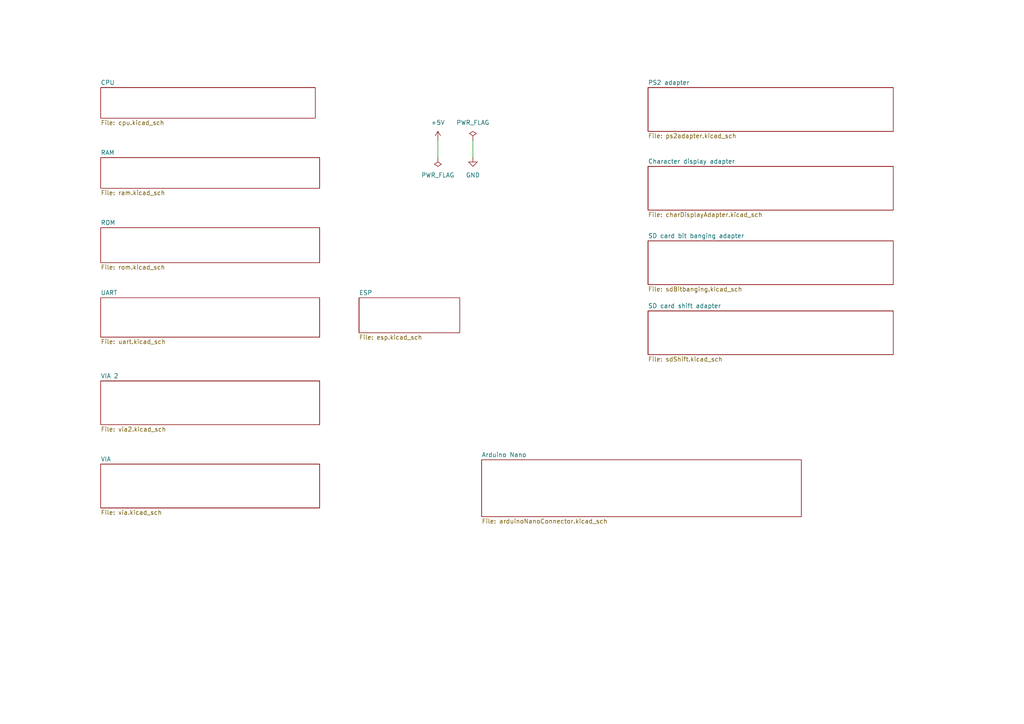
<source format=kicad_sch>
(kicad_sch (version 20250114) (generator "eeschema") (generator_version "9.0")
  (paper "A4")
  (title_block (title "Marcus"))
  (lib_symbols
    (symbol "power:+5V" (power) (pin_numbers (hide yes)) (pin_names (offset 0) (hide yes))
      (property "Value" "+5V" (at 0 3.556 0))
      (symbol "+5V_0_1"
        (polyline (pts (xy -0.762 1.27) (xy 0 2.54)))
        (polyline (pts (xy 0 2.54) (xy 0.762 1.27)))
        (polyline (pts (xy 0 0) (xy 0 2.54)))
      )
      (symbol "+5V_1_1"
        (pin power_in line (at 0 0 90) (length 0) (name "~") (number "1"))
      )
    )
    (symbol "power:GND" (power) (pin_numbers (hide yes)) (pin_names (offset 0) (hide yes))
      (property "Value" "GND" (at 0 -3.81 0))
      (symbol "GND_0_1"
        (polyline (pts (xy 0 0) (xy 0 -1.27) (xy 1.27 -1.27) (xy 0 -2.54) (xy -1.27 -1.27) (xy 0 -1.27)))
      )
      (symbol "GND_1_1"
        (pin power_in line (at 0 0 270) (length 0) (name "~") (number "1"))
      )
    )
    (symbol "power:PWR_FLAG" (power) (pin_numbers (hide yes)) (pin_names (offset 0) (hide yes))
      (property "Value" "PWR_FLAG" (at 0 3.81 0))
      (symbol "PWR_FLAG_0_0"
        (pin power_out line (at 0 0 90) (length 0) (name "~") (number "1"))
      )
      (symbol "PWR_FLAG_0_1"
        (polyline (pts (xy 0 0) (xy 0 1.27) (xy -1.016 1.905) (xy 0 2.54) (xy 1.016 1.905) (xy 0 1.27)))
      )
    )
  )
  (wire (pts (xy 137.16 40.64) (xy 137.16 45.72)))
  (wire (pts (xy 127 40.64) (xy 127 45.72)))
  (symbol (lib_id "power:+5V") (at 127 40.64 0) (unit 1)
    (property "Reference" "#PWR01" (effects (hide yes)))
    (property "Value" "+5V" (at 127 35.56 0))
    (property "Description" "Power symbol creates a global label with name \"+5V\"" (effects (hide yes)))
  )
  (symbol (lib_id "power:GND") (at 137.16 45.72 0) (unit 1)
    (property "Reference" "#PWR02" (effects (hide yes)))
    (property "Value" "GND" (at 137.16 50.8 0))
    (property "Description" "Power symbol creates a global label with name \"GND\" , ground" (effects (hide yes)))
  )
  (symbol (lib_id "power:PWR_FLAG") (at 137.16 40.64 0) (unit 1)
    (property "Reference" "#FLG02" (effects (hide yes)))
    (property "Value" "PWR_FLAG" (at 137.16 35.56 0))
    (property "Description" "Special symbol for telling ERC where power comes from" (effects (hide yes)))
  )
  (symbol (lib_id "power:PWR_FLAG") (at 127 45.72 180) (unit 1)
    (property "Reference" "#FLG01" (effects (hide yes)))
    (property "Value" "PWR_FLAG" (at 127 50.8 0))
    (property "Description" "Special symbol for telling ERC where power comes from" (effects (hide yes)))
  )
  (sheet (at 29.21 25.4) (size 62.23 8.89) (stroke (width 0.1524))
    (property "Sheetname" "CPU" (at 29.21 24.6884 0) (effects (justify left bottom)))
    (property "Sheetfile" "cpu.kicad_sch" (at 29.21 34.8746 0) (effects (justify left top)))
  )
  (sheet (at 187.96 90.17) (size 71.12 12.7) (stroke (width 0.1524))
    (property "Sheetname" "SD card shift adapter" (at 187.96 89.4584 0) (effects (justify left bottom)))
    (property "Sheetfile" "sdShift.kicad_sch" (at 187.96 103.4546 0) (effects (justify left top)))
  )
  (sheet (at 29.21 110.49) (size 63.5 12.7) (stroke (width 0.1524))
    (property "Sheetname" "VIA 2" (at 29.21 109.7784 0) (effects (justify left bottom)))
    (property "Sheetfile" "via2.kicad_sch" (at 29.21 123.7746 0) (effects (justify left top)))
  )
  (sheet (at 29.21 66.04) (size 63.5 10.16) (stroke (width 0.1524))
    (property "Sheetname" "ROM" (at 29.21 65.3284 0) (effects (justify left bottom)))
    (property "Sheetfile" "rom.kicad_sch" (at 29.21 76.7846 0) (effects (justify left top)))
  )
  (sheet (at 29.21 134.62) (size 63.5 12.7) (stroke (width 0.1524))
    (property "Sheetname" "VIA" (at 29.21 133.9084 0) (effects (justify left bottom)))
    (property "Sheetfile" "via.kicad_sch" (at 29.21 147.9046 0) (effects (justify left top)))
  )
  (sheet (at 187.96 25.4) (size 71.12 12.7) (stroke (width 0.1524))
    (property "Sheetname" "PS2 adapter" (at 187.96 24.6884 0) (effects (justify left bottom)))
    (property "Sheetfile" "ps2adapter.kicad_sch" (at 187.96 38.6846 0) (effects (justify left top)))
  )
  (sheet (at 139.7 133.35) (size 92.71 16.51) (stroke (width 0.1524))
    (property "Sheetname" "Arduino Nano" (at 139.7 132.6384 0) (effects (justify left bottom)))
    (property "Sheetfile" "arduinoNanoConnector.kicad_sch" (at 139.7 150.4446 0) (effects (justify left top)))
  )
  (sheet (at 187.96 48.26) (size 71.12 12.7) (stroke (width 0.1524))
    (property "Sheetname" "Character display adapter" (at 187.96 47.5484 0) (effects (justify left bottom)))
    (property "Sheetfile" "charDisplayAdapter.kicad_sch" (at 187.96 61.5446 0) (effects (justify left top)))
  )
  (sheet (at 29.21 45.72) (size 63.5 8.89) (stroke (width 0.1524))
    (property "Sheetname" "RAM" (at 29.21 45.0084 0) (effects (justify left bottom)))
    (property "Sheetfile" "ram.kicad_sch" (at 29.21 55.1946 0) (effects (justify left top)))
  )
  (sheet (at 187.96 69.85) (size 71.12 12.7) (stroke (width 0.1524))
    (property "Sheetname" "SD card bit banging adapter" (at 187.96 69.1384 0) (effects (justify left bottom)))
    (property "Sheetfile" "sdBitbanging.kicad_sch" (at 187.96 83.1346 0) (effects (justify left top)))
  )
  (sheet (at 29.21 86.36) (size 63.5 11.43) (stroke (width 0.1524))
    (property "Sheetname" "UART" (at 29.21 85.6484 0) (effects (justify left bottom)))
    (property "Sheetfile" "uart.kicad_sch" (at 29.21 98.3746 0) (effects (justify left top)))
  )
  (sheet (at 104.14 86.36) (size 29.21 10.16) (stroke (width 0.1524))
    (property "Sheetname" "ESP" (at 104.14 85.6484 0) (effects (justify left bottom)))
    (property "Sheetfile" "esp.kicad_sch" (at 104.14 97.1046 0) (effects (justify left top)))
  )
)
</source>
